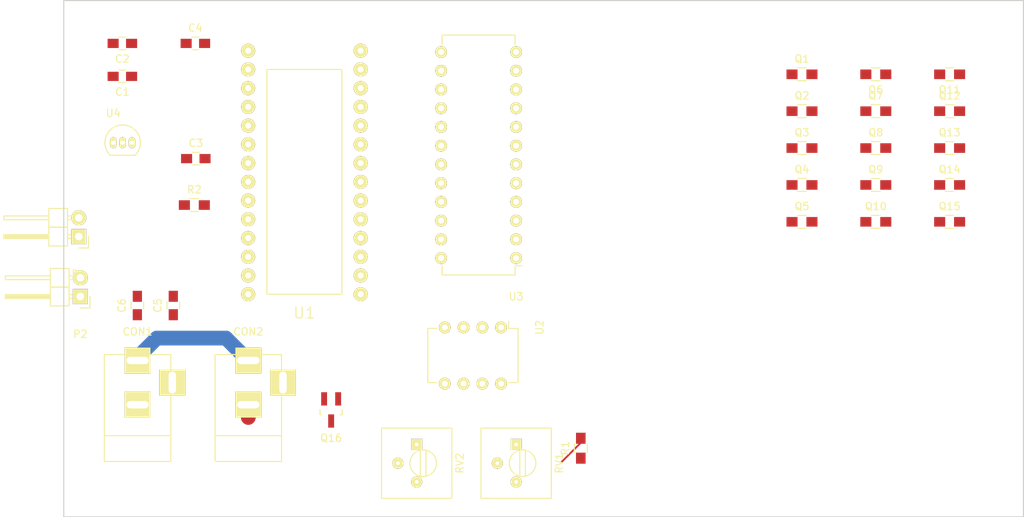
<source format=kicad_pcb>
(kicad_pcb (version 4) (host pcbnew 4.0.0-2.201511301920+6191~38~ubuntu14.04.1-stable)

  (general
    (links 72)
    (no_connects 71)
    (area 114.924999 94.924999 245.075001 165.075001)
    (thickness 1.6)
    (drawings 4)
    (tracks 9)
    (zones 0)
    (modules 34)
    (nets 54)
  )

  (page A4)
  (layers
    (0 F.Cu signal)
    (31 B.Cu signal)
    (32 B.Adhes user)
    (33 F.Adhes user)
    (34 B.Paste user)
    (35 F.Paste user)
    (36 B.SilkS user)
    (37 F.SilkS user)
    (38 B.Mask user)
    (39 F.Mask user)
    (40 Dwgs.User user)
    (41 Cmts.User user)
    (42 Eco1.User user)
    (43 Eco2.User user)
    (44 Edge.Cuts user)
    (45 Margin user)
    (46 B.CrtYd user)
    (47 F.CrtYd user)
    (48 B.Fab user)
    (49 F.Fab user)
  )

  (setup
    (last_trace_width 0.25)
    (user_trace_width 2)
    (trace_clearance 0.2)
    (zone_clearance 0.508)
    (zone_45_only no)
    (trace_min 0.2)
    (segment_width 0.2)
    (edge_width 0.15)
    (via_size 0.6)
    (via_drill 0.4)
    (via_min_size 0.4)
    (via_min_drill 0.3)
    (uvia_size 0.3)
    (uvia_drill 0.1)
    (uvias_allowed no)
    (uvia_min_size 0.2)
    (uvia_min_drill 0.1)
    (pcb_text_width 0.3)
    (pcb_text_size 1.5 1.5)
    (mod_edge_width 0.15)
    (mod_text_size 1 1)
    (mod_text_width 0.15)
    (pad_size 1.524 1.524)
    (pad_drill 0.762)
    (pad_to_mask_clearance 0.2)
    (aux_axis_origin 0 0)
    (visible_elements FFFFFF7F)
    (pcbplotparams
      (layerselection 0x00030_80000001)
      (usegerberextensions false)
      (excludeedgelayer true)
      (linewidth 0.100000)
      (plotframeref false)
      (viasonmask false)
      (mode 1)
      (useauxorigin false)
      (hpglpennumber 1)
      (hpglpenspeed 20)
      (hpglpendiameter 15)
      (hpglpenoverlay 2)
      (psnegative false)
      (psa4output false)
      (plotreference true)
      (plotvalue true)
      (plotinvisibletext false)
      (padsonsilk false)
      (subtractmaskfromsilk false)
      (outputformat 1)
      (mirror false)
      (drillshape 1)
      (scaleselection 1)
      (outputdirectory ""))
  )

  (net 0 "")
  (net 1 VIN)
  (net 2 GND)
  (net 3 +3V3)
  (net 4 HEATER_PWR)
  (net 5 "Net-(CON1-Pad3)")
  (net 6 "Net-(CON2-Pad2)")
  (net 7 "Net-(CON2-Pad3)")
  (net 8 TEMP_S)
  (net 9 "Net-(P2-Pad2)")
  (net 10 /Phototransistors/S1)
  (net 11 /Phototransistors/S2)
  (net 12 /Phototransistors/S3)
  (net 13 /Phototransistors/S4)
  (net 14 /Phototransistors/S5)
  (net 15 /Phototransistors/S6)
  (net 16 /Phototransistors/S7)
  (net 17 /Phototransistors/S8)
  (net 18 /Phototransistors/S9)
  (net 19 /Phototransistors/S10)
  (net 20 /Phototransistors/S11)
  (net 21 /Phototransistors/S12)
  (net 22 /Phototransistors/S13)
  (net 23 /Phototransistors/S14)
  (net 24 /Phototransistors/S15)
  (net 25 HEAT)
  (net 26 "Net-(R1-Pad1)")
  (net 27 "Net-(RV1-Pad3)")
  (net 28 "Net-(RV2-Pad1)")
  (net 29 "Net-(U1-Pad0)")
  (net 30 "Net-(U1-Pad1)")
  (net 31 T2)
  (net 32 T3)
  (net 33 T4)
  (net 34 T5)
  (net 35 T6)
  (net 36 "Net-(U1-Pad8)")
  (net 37 "Net-(U1-Pad9)")
  (net 38 "Net-(U1-Pad10)")
  (net 39 "Net-(U1-Pad11)")
  (net 40 "Net-(U1-Pad12)")
  (net 41 "Net-(U1-Pad13)")
  (net 42 "Net-(U1-Pad14)")
  (net 43 "Net-(U1-Pad15)")
  (net 44 "Net-(U1-Pad16)")
  (net 45 "Net-(U1-Pad17)")
  (net 46 "Net-(U1-Pad18)")
  (net 47 "Net-(U1-Pad19)")
  (net 48 "Net-(U1-Pad22)")
  (net 49 "Net-(U1-Pad23)")
  (net 50 "Net-(U1-Pad24)")
  (net 51 "Net-(U1-Pad25)")
  (net 52 "Net-(U1-Pad27)")
  (net 53 "Net-(U3-Pad16)")

  (net_class Default "This is the default net class."
    (clearance 0.2)
    (trace_width 0.25)
    (via_dia 0.6)
    (via_drill 0.4)
    (uvia_dia 0.3)
    (uvia_drill 0.1)
    (add_net +3V3)
    (add_net /Phototransistors/S1)
    (add_net /Phototransistors/S10)
    (add_net /Phototransistors/S11)
    (add_net /Phototransistors/S12)
    (add_net /Phototransistors/S13)
    (add_net /Phototransistors/S14)
    (add_net /Phototransistors/S15)
    (add_net /Phototransistors/S2)
    (add_net /Phototransistors/S3)
    (add_net /Phototransistors/S4)
    (add_net /Phototransistors/S5)
    (add_net /Phototransistors/S6)
    (add_net /Phototransistors/S7)
    (add_net /Phototransistors/S8)
    (add_net /Phototransistors/S9)
    (add_net GND)
    (add_net HEAT)
    (add_net HEATER_PWR)
    (add_net "Net-(CON1-Pad3)")
    (add_net "Net-(CON2-Pad2)")
    (add_net "Net-(CON2-Pad3)")
    (add_net "Net-(P2-Pad2)")
    (add_net "Net-(R1-Pad1)")
    (add_net "Net-(RV1-Pad3)")
    (add_net "Net-(RV2-Pad1)")
    (add_net "Net-(U1-Pad0)")
    (add_net "Net-(U1-Pad1)")
    (add_net "Net-(U1-Pad10)")
    (add_net "Net-(U1-Pad11)")
    (add_net "Net-(U1-Pad12)")
    (add_net "Net-(U1-Pad13)")
    (add_net "Net-(U1-Pad14)")
    (add_net "Net-(U1-Pad15)")
    (add_net "Net-(U1-Pad16)")
    (add_net "Net-(U1-Pad17)")
    (add_net "Net-(U1-Pad18)")
    (add_net "Net-(U1-Pad19)")
    (add_net "Net-(U1-Pad22)")
    (add_net "Net-(U1-Pad23)")
    (add_net "Net-(U1-Pad24)")
    (add_net "Net-(U1-Pad25)")
    (add_net "Net-(U1-Pad27)")
    (add_net "Net-(U1-Pad8)")
    (add_net "Net-(U1-Pad9)")
    (add_net "Net-(U3-Pad16)")
    (add_net T2)
    (add_net T3)
    (add_net T4)
    (add_net T5)
    (add_net T6)
    (add_net TEMP_S)
    (add_net VIN)
  )

  (module Capacitors_SMD:C_0805_HandSoldering (layer F.Cu) (tedit 541A9B8D) (tstamp 56BC5014)
    (at 122.94 105.28 180)
    (descr "Capacitor SMD 0805, hand soldering")
    (tags "capacitor 0805")
    (path /56B9C372)
    (attr smd)
    (fp_text reference C1 (at 0 -2.1 180) (layer F.SilkS)
      (effects (font (size 1 1) (thickness 0.15)))
    )
    (fp_text value 100nF (at 0 2.1 180) (layer F.Fab)
      (effects (font (size 1 1) (thickness 0.15)))
    )
    (fp_line (start -2.3 -1) (end 2.3 -1) (layer F.CrtYd) (width 0.05))
    (fp_line (start -2.3 1) (end 2.3 1) (layer F.CrtYd) (width 0.05))
    (fp_line (start -2.3 -1) (end -2.3 1) (layer F.CrtYd) (width 0.05))
    (fp_line (start 2.3 -1) (end 2.3 1) (layer F.CrtYd) (width 0.05))
    (fp_line (start 0.5 -0.85) (end -0.5 -0.85) (layer F.SilkS) (width 0.15))
    (fp_line (start -0.5 0.85) (end 0.5 0.85) (layer F.SilkS) (width 0.15))
    (pad 1 smd rect (at -1.25 0 180) (size 1.5 1.25) (layers F.Cu F.Paste F.Mask)
      (net 1 VIN))
    (pad 2 smd rect (at 1.25 0 180) (size 1.5 1.25) (layers F.Cu F.Paste F.Mask)
      (net 2 GND))
    (model Capacitors_SMD.3dshapes/C_0805_HandSoldering.wrl
      (at (xyz 0 0 0))
      (scale (xyz 1 1 1))
      (rotate (xyz 0 0 0))
    )
  )

  (module Capacitors_SMD:C_0805_HandSoldering (layer F.Cu) (tedit 56BC67BA) (tstamp 56BC5020)
    (at 122.94 100.81 180)
    (descr "Capacitor SMD 0805, hand soldering")
    (tags "capacitor 0805")
    (path /56B9C865)
    (attr smd)
    (fp_text reference C2 (at 0 -2.1 180) (layer F.SilkS)
      (effects (font (size 1 1) (thickness 0.15)))
    )
    (fp_text value 100nF (at 0 0 180) (layer F.Fab)
      (effects (font (size 1 1) (thickness 0.15)))
    )
    (fp_line (start -2.3 -1) (end 2.3 -1) (layer F.CrtYd) (width 0.05))
    (fp_line (start -2.3 1) (end 2.3 1) (layer F.CrtYd) (width 0.05))
    (fp_line (start -2.3 -1) (end -2.3 1) (layer F.CrtYd) (width 0.05))
    (fp_line (start 2.3 -1) (end 2.3 1) (layer F.CrtYd) (width 0.05))
    (fp_line (start 0.5 -0.85) (end -0.5 -0.85) (layer F.SilkS) (width 0.15))
    (fp_line (start -0.5 0.85) (end 0.5 0.85) (layer F.SilkS) (width 0.15))
    (pad 1 smd rect (at -1.25 0 180) (size 1.5 1.25) (layers F.Cu F.Paste F.Mask)
      (net 1 VIN))
    (pad 2 smd rect (at 1.25 0 180) (size 1.5 1.25) (layers F.Cu F.Paste F.Mask)
      (net 2 GND))
    (model Capacitors_SMD.3dshapes/C_0805_HandSoldering.wrl
      (at (xyz 0 0 0))
      (scale (xyz 1 1 1))
      (rotate (xyz 0 0 0))
    )
  )

  (module Capacitors_SMD:C_0805_HandSoldering (layer F.Cu) (tedit 541A9B8D) (tstamp 56BC502C)
    (at 132.89 116.43)
    (descr "Capacitor SMD 0805, hand soldering")
    (tags "capacitor 0805")
    (path /56B9CCA2)
    (attr smd)
    (fp_text reference C3 (at 0 -2.1) (layer F.SilkS)
      (effects (font (size 1 1) (thickness 0.15)))
    )
    (fp_text value 100nF (at 0 2.1) (layer F.Fab)
      (effects (font (size 1 1) (thickness 0.15)))
    )
    (fp_line (start -2.3 -1) (end 2.3 -1) (layer F.CrtYd) (width 0.05))
    (fp_line (start -2.3 1) (end 2.3 1) (layer F.CrtYd) (width 0.05))
    (fp_line (start -2.3 -1) (end -2.3 1) (layer F.CrtYd) (width 0.05))
    (fp_line (start 2.3 -1) (end 2.3 1) (layer F.CrtYd) (width 0.05))
    (fp_line (start 0.5 -0.85) (end -0.5 -0.85) (layer F.SilkS) (width 0.15))
    (fp_line (start -0.5 0.85) (end 0.5 0.85) (layer F.SilkS) (width 0.15))
    (pad 1 smd rect (at -1.25 0) (size 1.5 1.25) (layers F.Cu F.Paste F.Mask)
      (net 3 +3V3))
    (pad 2 smd rect (at 1.25 0) (size 1.5 1.25) (layers F.Cu F.Paste F.Mask)
      (net 2 GND))
    (model Capacitors_SMD.3dshapes/C_0805_HandSoldering.wrl
      (at (xyz 0 0 0))
      (scale (xyz 1 1 1))
      (rotate (xyz 0 0 0))
    )
  )

  (module Capacitors_SMD:C_0805_HandSoldering (layer F.Cu) (tedit 541A9B8D) (tstamp 56BC5038)
    (at 132.83 100.81)
    (descr "Capacitor SMD 0805, hand soldering")
    (tags "capacitor 0805")
    (path /56B9CE8C)
    (attr smd)
    (fp_text reference C4 (at 0 -2.1) (layer F.SilkS)
      (effects (font (size 1 1) (thickness 0.15)))
    )
    (fp_text value 22nF (at 0 2.1) (layer F.Fab)
      (effects (font (size 1 1) (thickness 0.15)))
    )
    (fp_line (start -2.3 -1) (end 2.3 -1) (layer F.CrtYd) (width 0.05))
    (fp_line (start -2.3 1) (end 2.3 1) (layer F.CrtYd) (width 0.05))
    (fp_line (start -2.3 -1) (end -2.3 1) (layer F.CrtYd) (width 0.05))
    (fp_line (start 2.3 -1) (end 2.3 1) (layer F.CrtYd) (width 0.05))
    (fp_line (start 0.5 -0.85) (end -0.5 -0.85) (layer F.SilkS) (width 0.15))
    (fp_line (start -0.5 0.85) (end 0.5 0.85) (layer F.SilkS) (width 0.15))
    (pad 1 smd rect (at -1.25 0) (size 1.5 1.25) (layers F.Cu F.Paste F.Mask)
      (net 3 +3V3))
    (pad 2 smd rect (at 1.25 0) (size 1.5 1.25) (layers F.Cu F.Paste F.Mask)
      (net 2 GND))
    (model Capacitors_SMD.3dshapes/C_0805_HandSoldering.wrl
      (at (xyz 0 0 0))
      (scale (xyz 1 1 1))
      (rotate (xyz 0 0 0))
    )
  )

  (module Capacitors_SMD:C_0805_HandSoldering (layer F.Cu) (tedit 541A9B8D) (tstamp 56BC5044)
    (at 129.84 136.35 90)
    (descr "Capacitor SMD 0805, hand soldering")
    (tags "capacitor 0805")
    (path /56B9CF34)
    (attr smd)
    (fp_text reference C5 (at 0 -2.1 90) (layer F.SilkS)
      (effects (font (size 1 1) (thickness 0.15)))
    )
    (fp_text value 100nF (at 0 2.1 90) (layer F.Fab)
      (effects (font (size 1 1) (thickness 0.15)))
    )
    (fp_line (start -2.3 -1) (end 2.3 -1) (layer F.CrtYd) (width 0.05))
    (fp_line (start -2.3 1) (end 2.3 1) (layer F.CrtYd) (width 0.05))
    (fp_line (start -2.3 -1) (end -2.3 1) (layer F.CrtYd) (width 0.05))
    (fp_line (start 2.3 -1) (end 2.3 1) (layer F.CrtYd) (width 0.05))
    (fp_line (start 0.5 -0.85) (end -0.5 -0.85) (layer F.SilkS) (width 0.15))
    (fp_line (start -0.5 0.85) (end 0.5 0.85) (layer F.SilkS) (width 0.15))
    (pad 1 smd rect (at -1.25 0 90) (size 1.5 1.25) (layers F.Cu F.Paste F.Mask)
      (net 3 +3V3))
    (pad 2 smd rect (at 1.25 0 90) (size 1.5 1.25) (layers F.Cu F.Paste F.Mask)
      (net 2 GND))
    (model Capacitors_SMD.3dshapes/C_0805_HandSoldering.wrl
      (at (xyz 0 0 0))
      (scale (xyz 1 1 1))
      (rotate (xyz 0 0 0))
    )
  )

  (module Capacitors_SMD:C_0805_HandSoldering (layer F.Cu) (tedit 541A9B8D) (tstamp 56BC5050)
    (at 124.97 136.35 90)
    (descr "Capacitor SMD 0805, hand soldering")
    (tags "capacitor 0805")
    (path /56B9E462)
    (attr smd)
    (fp_text reference C6 (at 0 -2.1 90) (layer F.SilkS)
      (effects (font (size 1 1) (thickness 0.15)))
    )
    (fp_text value 22uF (at 0 2.1 90) (layer F.Fab)
      (effects (font (size 1 1) (thickness 0.15)))
    )
    (fp_line (start -2.3 -1) (end 2.3 -1) (layer F.CrtYd) (width 0.05))
    (fp_line (start -2.3 1) (end 2.3 1) (layer F.CrtYd) (width 0.05))
    (fp_line (start -2.3 -1) (end -2.3 1) (layer F.CrtYd) (width 0.05))
    (fp_line (start 2.3 -1) (end 2.3 1) (layer F.CrtYd) (width 0.05))
    (fp_line (start 0.5 -0.85) (end -0.5 -0.85) (layer F.SilkS) (width 0.15))
    (fp_line (start -0.5 0.85) (end 0.5 0.85) (layer F.SilkS) (width 0.15))
    (pad 1 smd rect (at -1.25 0 90) (size 1.5 1.25) (layers F.Cu F.Paste F.Mask)
      (net 3 +3V3))
    (pad 2 smd rect (at 1.25 0 90) (size 1.5 1.25) (layers F.Cu F.Paste F.Mask)
      (net 2 GND))
    (model Capacitors_SMD.3dshapes/C_0805_HandSoldering.wrl
      (at (xyz 0 0 0))
      (scale (xyz 1 1 1))
      (rotate (xyz 0 0 0))
    )
  )

  (module Connect:BARREL_JACK (layer F.Cu) (tedit 0) (tstamp 56BC505C)
    (at 125 150 90)
    (descr "DC Barrel Jack")
    (tags "Power Jack")
    (path /56BA3485)
    (fp_text reference CON1 (at 10.09904 0 180) (layer F.SilkS)
      (effects (font (size 1 1) (thickness 0.15)))
    )
    (fp_text value BARREL_JACK (at 0 -5.99948 90) (layer F.Fab)
      (effects (font (size 1 1) (thickness 0.15)))
    )
    (fp_line (start -4.0005 -4.50088) (end -4.0005 4.50088) (layer F.SilkS) (width 0.15))
    (fp_line (start -7.50062 -4.50088) (end -7.50062 4.50088) (layer F.SilkS) (width 0.15))
    (fp_line (start -7.50062 4.50088) (end 7.00024 4.50088) (layer F.SilkS) (width 0.15))
    (fp_line (start 7.00024 4.50088) (end 7.00024 -4.50088) (layer F.SilkS) (width 0.15))
    (fp_line (start 7.00024 -4.50088) (end -7.50062 -4.50088) (layer F.SilkS) (width 0.15))
    (pad 1 thru_hole rect (at 6.20014 0 90) (size 3.50012 3.50012) (drill oval 1.00076 2.99974) (layers *.Cu *.Mask F.SilkS)
      (net 4 HEATER_PWR))
    (pad 2 thru_hole rect (at 0.20066 0 90) (size 3.50012 3.50012) (drill oval 1.00076 2.99974) (layers *.Cu *.Mask F.SilkS)
      (net 2 GND))
    (pad 3 thru_hole rect (at 3.2004 4.699 90) (size 3.50012 3.50012) (drill oval 2.99974 1.00076) (layers *.Cu *.Mask F.SilkS)
      (net 5 "Net-(CON1-Pad3)"))
  )

  (module Connect:BARREL_JACK (layer F.Cu) (tedit 0) (tstamp 56BC5068)
    (at 140 150 90)
    (descr "DC Barrel Jack")
    (tags "Power Jack")
    (path /56BA4035)
    (fp_text reference CON2 (at 10.09904 0 180) (layer F.SilkS)
      (effects (font (size 1 1) (thickness 0.15)))
    )
    (fp_text value BARREL_JACK (at 0 -5.99948 90) (layer F.Fab)
      (effects (font (size 1 1) (thickness 0.15)))
    )
    (fp_line (start -4.0005 -4.50088) (end -4.0005 4.50088) (layer F.SilkS) (width 0.15))
    (fp_line (start -7.50062 -4.50088) (end -7.50062 4.50088) (layer F.SilkS) (width 0.15))
    (fp_line (start -7.50062 4.50088) (end 7.00024 4.50088) (layer F.SilkS) (width 0.15))
    (fp_line (start 7.00024 4.50088) (end 7.00024 -4.50088) (layer F.SilkS) (width 0.15))
    (fp_line (start 7.00024 -4.50088) (end -7.50062 -4.50088) (layer F.SilkS) (width 0.15))
    (pad 1 thru_hole rect (at 6.20014 0 90) (size 3.50012 3.50012) (drill oval 1.00076 2.99974) (layers *.Cu *.Mask F.SilkS)
      (net 4 HEATER_PWR))
    (pad 2 thru_hole rect (at 0.20066 0 90) (size 3.50012 3.50012) (drill oval 1.00076 2.99974) (layers *.Cu *.Mask F.SilkS)
      (net 6 "Net-(CON2-Pad2)"))
    (pad 3 thru_hole rect (at 3.2004 4.699 90) (size 3.50012 3.50012) (drill oval 2.99974 1.00076) (layers *.Cu *.Mask F.SilkS)
      (net 7 "Net-(CON2-Pad3)"))
  )

  (module Resistors_SMD:R_0805_HandSoldering (layer F.Cu) (tedit 54189DEE) (tstamp 56BC50A8)
    (at 215 105)
    (descr "Resistor SMD 0805, hand soldering")
    (tags "resistor 0805")
    (path /56B9494D/56B94958)
    (attr smd)
    (fp_text reference Q1 (at 0 -2.1) (layer F.SilkS)
      (effects (font (size 1 1) (thickness 0.15)))
    )
    (fp_text value SFH3711 (at 0 2.1) (layer F.Fab)
      (effects (font (size 1 1) (thickness 0.15)))
    )
    (fp_line (start -2.4 -1) (end 2.4 -1) (layer F.CrtYd) (width 0.05))
    (fp_line (start -2.4 1) (end 2.4 1) (layer F.CrtYd) (width 0.05))
    (fp_line (start -2.4 -1) (end -2.4 1) (layer F.CrtYd) (width 0.05))
    (fp_line (start 2.4 -1) (end 2.4 1) (layer F.CrtYd) (width 0.05))
    (fp_line (start 0.6 0.875) (end -0.6 0.875) (layer F.SilkS) (width 0.15))
    (fp_line (start -0.6 -0.875) (end 0.6 -0.875) (layer F.SilkS) (width 0.15))
    (pad 1 smd rect (at -1.35 0) (size 1.5 1.3) (layers F.Cu F.Paste F.Mask)
      (net 10 /Phototransistors/S1))
    (pad 2 smd rect (at 1.35 0) (size 1.5 1.3) (layers F.Cu F.Paste F.Mask)
      (net 3 +3V3))
    (model Resistors_SMD.3dshapes/R_0805_HandSoldering.wrl
      (at (xyz 0 0 0))
      (scale (xyz 1 1 1))
      (rotate (xyz 0 0 0))
    )
  )

  (module Resistors_SMD:R_0805_HandSoldering (layer F.Cu) (tedit 54189DEE) (tstamp 56BC50B4)
    (at 215 110)
    (descr "Resistor SMD 0805, hand soldering")
    (tags "resistor 0805")
    (path /56B9494D/56B94C7F)
    (attr smd)
    (fp_text reference Q2 (at 0 -2.1) (layer F.SilkS)
      (effects (font (size 1 1) (thickness 0.15)))
    )
    (fp_text value SFH3711 (at 0 2.1) (layer F.Fab)
      (effects (font (size 1 1) (thickness 0.15)))
    )
    (fp_line (start -2.4 -1) (end 2.4 -1) (layer F.CrtYd) (width 0.05))
    (fp_line (start -2.4 1) (end 2.4 1) (layer F.CrtYd) (width 0.05))
    (fp_line (start -2.4 -1) (end -2.4 1) (layer F.CrtYd) (width 0.05))
    (fp_line (start 2.4 -1) (end 2.4 1) (layer F.CrtYd) (width 0.05))
    (fp_line (start 0.6 0.875) (end -0.6 0.875) (layer F.SilkS) (width 0.15))
    (fp_line (start -0.6 -0.875) (end 0.6 -0.875) (layer F.SilkS) (width 0.15))
    (pad 1 smd rect (at -1.35 0) (size 1.5 1.3) (layers F.Cu F.Paste F.Mask)
      (net 11 /Phototransistors/S2))
    (pad 2 smd rect (at 1.35 0) (size 1.5 1.3) (layers F.Cu F.Paste F.Mask)
      (net 3 +3V3))
    (model Resistors_SMD.3dshapes/R_0805_HandSoldering.wrl
      (at (xyz 0 0 0))
      (scale (xyz 1 1 1))
      (rotate (xyz 0 0 0))
    )
  )

  (module Resistors_SMD:R_0805_HandSoldering (layer F.Cu) (tedit 54189DEE) (tstamp 56BC50C0)
    (at 215 115)
    (descr "Resistor SMD 0805, hand soldering")
    (tags "resistor 0805")
    (path /56B9494D/56B94FE9)
    (attr smd)
    (fp_text reference Q3 (at 0 -2.1) (layer F.SilkS)
      (effects (font (size 1 1) (thickness 0.15)))
    )
    (fp_text value SFH3711 (at 0 2.1) (layer F.Fab)
      (effects (font (size 1 1) (thickness 0.15)))
    )
    (fp_line (start -2.4 -1) (end 2.4 -1) (layer F.CrtYd) (width 0.05))
    (fp_line (start -2.4 1) (end 2.4 1) (layer F.CrtYd) (width 0.05))
    (fp_line (start -2.4 -1) (end -2.4 1) (layer F.CrtYd) (width 0.05))
    (fp_line (start 2.4 -1) (end 2.4 1) (layer F.CrtYd) (width 0.05))
    (fp_line (start 0.6 0.875) (end -0.6 0.875) (layer F.SilkS) (width 0.15))
    (fp_line (start -0.6 -0.875) (end 0.6 -0.875) (layer F.SilkS) (width 0.15))
    (pad 1 smd rect (at -1.35 0) (size 1.5 1.3) (layers F.Cu F.Paste F.Mask)
      (net 12 /Phototransistors/S3))
    (pad 2 smd rect (at 1.35 0) (size 1.5 1.3) (layers F.Cu F.Paste F.Mask)
      (net 3 +3V3))
    (model Resistors_SMD.3dshapes/R_0805_HandSoldering.wrl
      (at (xyz 0 0 0))
      (scale (xyz 1 1 1))
      (rotate (xyz 0 0 0))
    )
  )

  (module Resistors_SMD:R_0805_HandSoldering (layer F.Cu) (tedit 54189DEE) (tstamp 56BC50CC)
    (at 215 120)
    (descr "Resistor SMD 0805, hand soldering")
    (tags "resistor 0805")
    (path /56B9494D/56B950F7)
    (attr smd)
    (fp_text reference Q4 (at 0 -2.1) (layer F.SilkS)
      (effects (font (size 1 1) (thickness 0.15)))
    )
    (fp_text value SFH3711 (at 0 2.1) (layer F.Fab)
      (effects (font (size 1 1) (thickness 0.15)))
    )
    (fp_line (start -2.4 -1) (end 2.4 -1) (layer F.CrtYd) (width 0.05))
    (fp_line (start -2.4 1) (end 2.4 1) (layer F.CrtYd) (width 0.05))
    (fp_line (start -2.4 -1) (end -2.4 1) (layer F.CrtYd) (width 0.05))
    (fp_line (start 2.4 -1) (end 2.4 1) (layer F.CrtYd) (width 0.05))
    (fp_line (start 0.6 0.875) (end -0.6 0.875) (layer F.SilkS) (width 0.15))
    (fp_line (start -0.6 -0.875) (end 0.6 -0.875) (layer F.SilkS) (width 0.15))
    (pad 1 smd rect (at -1.35 0) (size 1.5 1.3) (layers F.Cu F.Paste F.Mask)
      (net 13 /Phototransistors/S4))
    (pad 2 smd rect (at 1.35 0) (size 1.5 1.3) (layers F.Cu F.Paste F.Mask)
      (net 3 +3V3))
    (model Resistors_SMD.3dshapes/R_0805_HandSoldering.wrl
      (at (xyz 0 0 0))
      (scale (xyz 1 1 1))
      (rotate (xyz 0 0 0))
    )
  )

  (module Resistors_SMD:R_0805_HandSoldering (layer F.Cu) (tedit 54189DEE) (tstamp 56BC50D8)
    (at 215 125)
    (descr "Resistor SMD 0805, hand soldering")
    (tags "resistor 0805")
    (path /56B9494D/56B951F6)
    (attr smd)
    (fp_text reference Q5 (at 0 -2.1) (layer F.SilkS)
      (effects (font (size 1 1) (thickness 0.15)))
    )
    (fp_text value SFH3711 (at 0 2.1) (layer F.Fab)
      (effects (font (size 1 1) (thickness 0.15)))
    )
    (fp_line (start -2.4 -1) (end 2.4 -1) (layer F.CrtYd) (width 0.05))
    (fp_line (start -2.4 1) (end 2.4 1) (layer F.CrtYd) (width 0.05))
    (fp_line (start -2.4 -1) (end -2.4 1) (layer F.CrtYd) (width 0.05))
    (fp_line (start 2.4 -1) (end 2.4 1) (layer F.CrtYd) (width 0.05))
    (fp_line (start 0.6 0.875) (end -0.6 0.875) (layer F.SilkS) (width 0.15))
    (fp_line (start -0.6 -0.875) (end 0.6 -0.875) (layer F.SilkS) (width 0.15))
    (pad 1 smd rect (at -1.35 0) (size 1.5 1.3) (layers F.Cu F.Paste F.Mask)
      (net 14 /Phototransistors/S5))
    (pad 2 smd rect (at 1.35 0) (size 1.5 1.3) (layers F.Cu F.Paste F.Mask)
      (net 3 +3V3))
    (model Resistors_SMD.3dshapes/R_0805_HandSoldering.wrl
      (at (xyz 0 0 0))
      (scale (xyz 1 1 1))
      (rotate (xyz 0 0 0))
    )
  )

  (module Resistors_SMD:R_0805_HandSoldering (layer F.Cu) (tedit 54189DEE) (tstamp 56BC50E4)
    (at 225 105 180)
    (descr "Resistor SMD 0805, hand soldering")
    (tags "resistor 0805")
    (path /56B9494D/56B94A26)
    (attr smd)
    (fp_text reference Q6 (at 0 -2.1 180) (layer F.SilkS)
      (effects (font (size 1 1) (thickness 0.15)))
    )
    (fp_text value SFH3711 (at 0 2.1 180) (layer F.Fab)
      (effects (font (size 1 1) (thickness 0.15)))
    )
    (fp_line (start -2.4 -1) (end 2.4 -1) (layer F.CrtYd) (width 0.05))
    (fp_line (start -2.4 1) (end 2.4 1) (layer F.CrtYd) (width 0.05))
    (fp_line (start -2.4 -1) (end -2.4 1) (layer F.CrtYd) (width 0.05))
    (fp_line (start 2.4 -1) (end 2.4 1) (layer F.CrtYd) (width 0.05))
    (fp_line (start 0.6 0.875) (end -0.6 0.875) (layer F.SilkS) (width 0.15))
    (fp_line (start -0.6 -0.875) (end 0.6 -0.875) (layer F.SilkS) (width 0.15))
    (pad 1 smd rect (at -1.35 0 180) (size 1.5 1.3) (layers F.Cu F.Paste F.Mask)
      (net 3 +3V3))
    (pad 2 smd rect (at 1.35 0 180) (size 1.5 1.3) (layers F.Cu F.Paste F.Mask)
      (net 15 /Phototransistors/S6))
    (model Resistors_SMD.3dshapes/R_0805_HandSoldering.wrl
      (at (xyz 0 0 0))
      (scale (xyz 1 1 1))
      (rotate (xyz 0 0 0))
    )
  )

  (module Resistors_SMD:R_0805_HandSoldering (layer F.Cu) (tedit 54189DEE) (tstamp 56BC50F0)
    (at 225 110)
    (descr "Resistor SMD 0805, hand soldering")
    (tags "resistor 0805")
    (path /56B9494D/56B94CFB)
    (attr smd)
    (fp_text reference Q7 (at 0 -2.1) (layer F.SilkS)
      (effects (font (size 1 1) (thickness 0.15)))
    )
    (fp_text value SFH3711 (at 0 2.1) (layer F.Fab)
      (effects (font (size 1 1) (thickness 0.15)))
    )
    (fp_line (start -2.4 -1) (end 2.4 -1) (layer F.CrtYd) (width 0.05))
    (fp_line (start -2.4 1) (end 2.4 1) (layer F.CrtYd) (width 0.05))
    (fp_line (start -2.4 -1) (end -2.4 1) (layer F.CrtYd) (width 0.05))
    (fp_line (start 2.4 -1) (end 2.4 1) (layer F.CrtYd) (width 0.05))
    (fp_line (start 0.6 0.875) (end -0.6 0.875) (layer F.SilkS) (width 0.15))
    (fp_line (start -0.6 -0.875) (end 0.6 -0.875) (layer F.SilkS) (width 0.15))
    (pad 1 smd rect (at -1.35 0) (size 1.5 1.3) (layers F.Cu F.Paste F.Mask)
      (net 16 /Phototransistors/S7))
    (pad 2 smd rect (at 1.35 0) (size 1.5 1.3) (layers F.Cu F.Paste F.Mask)
      (net 3 +3V3))
    (model Resistors_SMD.3dshapes/R_0805_HandSoldering.wrl
      (at (xyz 0 0 0))
      (scale (xyz 1 1 1))
      (rotate (xyz 0 0 0))
    )
  )

  (module Resistors_SMD:R_0805_HandSoldering (layer F.Cu) (tedit 54189DEE) (tstamp 56BC50FC)
    (at 225 115)
    (descr "Resistor SMD 0805, hand soldering")
    (tags "resistor 0805")
    (path /56B9494D/56B94FEF)
    (attr smd)
    (fp_text reference Q8 (at 0 -2.1) (layer F.SilkS)
      (effects (font (size 1 1) (thickness 0.15)))
    )
    (fp_text value SFH3711 (at 0 2.1) (layer F.Fab)
      (effects (font (size 1 1) (thickness 0.15)))
    )
    (fp_line (start -2.4 -1) (end 2.4 -1) (layer F.CrtYd) (width 0.05))
    (fp_line (start -2.4 1) (end 2.4 1) (layer F.CrtYd) (width 0.05))
    (fp_line (start -2.4 -1) (end -2.4 1) (layer F.CrtYd) (width 0.05))
    (fp_line (start 2.4 -1) (end 2.4 1) (layer F.CrtYd) (width 0.05))
    (fp_line (start 0.6 0.875) (end -0.6 0.875) (layer F.SilkS) (width 0.15))
    (fp_line (start -0.6 -0.875) (end 0.6 -0.875) (layer F.SilkS) (width 0.15))
    (pad 1 smd rect (at -1.35 0) (size 1.5 1.3) (layers F.Cu F.Paste F.Mask)
      (net 17 /Phototransistors/S8))
    (pad 2 smd rect (at 1.35 0) (size 1.5 1.3) (layers F.Cu F.Paste F.Mask)
      (net 3 +3V3))
    (model Resistors_SMD.3dshapes/R_0805_HandSoldering.wrl
      (at (xyz 0 0 0))
      (scale (xyz 1 1 1))
      (rotate (xyz 0 0 0))
    )
  )

  (module Resistors_SMD:R_0805_HandSoldering (layer F.Cu) (tedit 54189DEE) (tstamp 56BC5108)
    (at 225 120)
    (descr "Resistor SMD 0805, hand soldering")
    (tags "resistor 0805")
    (path /56B9494D/56B950FD)
    (attr smd)
    (fp_text reference Q9 (at 0 -2.1) (layer F.SilkS)
      (effects (font (size 1 1) (thickness 0.15)))
    )
    (fp_text value SFH3711 (at 0 2.1) (layer F.Fab)
      (effects (font (size 1 1) (thickness 0.15)))
    )
    (fp_line (start -2.4 -1) (end 2.4 -1) (layer F.CrtYd) (width 0.05))
    (fp_line (start -2.4 1) (end 2.4 1) (layer F.CrtYd) (width 0.05))
    (fp_line (start -2.4 -1) (end -2.4 1) (layer F.CrtYd) (width 0.05))
    (fp_line (start 2.4 -1) (end 2.4 1) (layer F.CrtYd) (width 0.05))
    (fp_line (start 0.6 0.875) (end -0.6 0.875) (layer F.SilkS) (width 0.15))
    (fp_line (start -0.6 -0.875) (end 0.6 -0.875) (layer F.SilkS) (width 0.15))
    (pad 1 smd rect (at -1.35 0) (size 1.5 1.3) (layers F.Cu F.Paste F.Mask)
      (net 18 /Phototransistors/S9))
    (pad 2 smd rect (at 1.35 0) (size 1.5 1.3) (layers F.Cu F.Paste F.Mask)
      (net 3 +3V3))
    (model Resistors_SMD.3dshapes/R_0805_HandSoldering.wrl
      (at (xyz 0 0 0))
      (scale (xyz 1 1 1))
      (rotate (xyz 0 0 0))
    )
  )

  (module Resistors_SMD:R_0805_HandSoldering (layer F.Cu) (tedit 54189DEE) (tstamp 56BC5114)
    (at 225 125)
    (descr "Resistor SMD 0805, hand soldering")
    (tags "resistor 0805")
    (path /56B9494D/56B951FC)
    (attr smd)
    (fp_text reference Q10 (at 0 -2.1) (layer F.SilkS)
      (effects (font (size 1 1) (thickness 0.15)))
    )
    (fp_text value SFH3711 (at 0 2.1) (layer F.Fab)
      (effects (font (size 1 1) (thickness 0.15)))
    )
    (fp_line (start -2.4 -1) (end 2.4 -1) (layer F.CrtYd) (width 0.05))
    (fp_line (start -2.4 1) (end 2.4 1) (layer F.CrtYd) (width 0.05))
    (fp_line (start -2.4 -1) (end -2.4 1) (layer F.CrtYd) (width 0.05))
    (fp_line (start 2.4 -1) (end 2.4 1) (layer F.CrtYd) (width 0.05))
    (fp_line (start 0.6 0.875) (end -0.6 0.875) (layer F.SilkS) (width 0.15))
    (fp_line (start -0.6 -0.875) (end 0.6 -0.875) (layer F.SilkS) (width 0.15))
    (pad 1 smd rect (at -1.35 0) (size 1.5 1.3) (layers F.Cu F.Paste F.Mask)
      (net 19 /Phototransistors/S10))
    (pad 2 smd rect (at 1.35 0) (size 1.5 1.3) (layers F.Cu F.Paste F.Mask)
      (net 3 +3V3))
    (model Resistors_SMD.3dshapes/R_0805_HandSoldering.wrl
      (at (xyz 0 0 0))
      (scale (xyz 1 1 1))
      (rotate (xyz 0 0 0))
    )
  )

  (module Resistors_SMD:R_0805_HandSoldering (layer F.Cu) (tedit 54189DEE) (tstamp 56BC5120)
    (at 235 105 180)
    (descr "Resistor SMD 0805, hand soldering")
    (tags "resistor 0805")
    (path /56B9494D/56B94A86)
    (attr smd)
    (fp_text reference Q11 (at 0 -2.1 180) (layer F.SilkS)
      (effects (font (size 1 1) (thickness 0.15)))
    )
    (fp_text value SFH3711 (at 0 2.1 180) (layer F.Fab)
      (effects (font (size 1 1) (thickness 0.15)))
    )
    (fp_line (start -2.4 -1) (end 2.4 -1) (layer F.CrtYd) (width 0.05))
    (fp_line (start -2.4 1) (end 2.4 1) (layer F.CrtYd) (width 0.05))
    (fp_line (start -2.4 -1) (end -2.4 1) (layer F.CrtYd) (width 0.05))
    (fp_line (start 2.4 -1) (end 2.4 1) (layer F.CrtYd) (width 0.05))
    (fp_line (start 0.6 0.875) (end -0.6 0.875) (layer F.SilkS) (width 0.15))
    (fp_line (start -0.6 -0.875) (end 0.6 -0.875) (layer F.SilkS) (width 0.15))
    (pad 1 smd rect (at -1.35 0 180) (size 1.5 1.3) (layers F.Cu F.Paste F.Mask)
      (net 3 +3V3))
    (pad 2 smd rect (at 1.35 0 180) (size 1.5 1.3) (layers F.Cu F.Paste F.Mask)
      (net 20 /Phototransistors/S11))
    (model Resistors_SMD.3dshapes/R_0805_HandSoldering.wrl
      (at (xyz 0 0 0))
      (scale (xyz 1 1 1))
      (rotate (xyz 0 0 0))
    )
  )

  (module Resistors_SMD:R_0805_HandSoldering (layer F.Cu) (tedit 54189DEE) (tstamp 56BC512C)
    (at 235 110)
    (descr "Resistor SMD 0805, hand soldering")
    (tags "resistor 0805")
    (path /56B9494D/56B94D59)
    (attr smd)
    (fp_text reference Q12 (at 0 -2.1) (layer F.SilkS)
      (effects (font (size 1 1) (thickness 0.15)))
    )
    (fp_text value SFH3711 (at 0 2.1) (layer F.Fab)
      (effects (font (size 1 1) (thickness 0.15)))
    )
    (fp_line (start -2.4 -1) (end 2.4 -1) (layer F.CrtYd) (width 0.05))
    (fp_line (start -2.4 1) (end 2.4 1) (layer F.CrtYd) (width 0.05))
    (fp_line (start -2.4 -1) (end -2.4 1) (layer F.CrtYd) (width 0.05))
    (fp_line (start 2.4 -1) (end 2.4 1) (layer F.CrtYd) (width 0.05))
    (fp_line (start 0.6 0.875) (end -0.6 0.875) (layer F.SilkS) (width 0.15))
    (fp_line (start -0.6 -0.875) (end 0.6 -0.875) (layer F.SilkS) (width 0.15))
    (pad 1 smd rect (at -1.35 0) (size 1.5 1.3) (layers F.Cu F.Paste F.Mask)
      (net 21 /Phototransistors/S12))
    (pad 2 smd rect (at 1.35 0) (size 1.5 1.3) (layers F.Cu F.Paste F.Mask)
      (net 3 +3V3))
    (model Resistors_SMD.3dshapes/R_0805_HandSoldering.wrl
      (at (xyz 0 0 0))
      (scale (xyz 1 1 1))
      (rotate (xyz 0 0 0))
    )
  )

  (module Resistors_SMD:R_0805_HandSoldering (layer F.Cu) (tedit 54189DEE) (tstamp 56BC5138)
    (at 235 115)
    (descr "Resistor SMD 0805, hand soldering")
    (tags "resistor 0805")
    (path /56B9494D/56B94FF5)
    (attr smd)
    (fp_text reference Q13 (at 0 -2.1) (layer F.SilkS)
      (effects (font (size 1 1) (thickness 0.15)))
    )
    (fp_text value SFH3711 (at 0 2.1) (layer F.Fab)
      (effects (font (size 1 1) (thickness 0.15)))
    )
    (fp_line (start -2.4 -1) (end 2.4 -1) (layer F.CrtYd) (width 0.05))
    (fp_line (start -2.4 1) (end 2.4 1) (layer F.CrtYd) (width 0.05))
    (fp_line (start -2.4 -1) (end -2.4 1) (layer F.CrtYd) (width 0.05))
    (fp_line (start 2.4 -1) (end 2.4 1) (layer F.CrtYd) (width 0.05))
    (fp_line (start 0.6 0.875) (end -0.6 0.875) (layer F.SilkS) (width 0.15))
    (fp_line (start -0.6 -0.875) (end 0.6 -0.875) (layer F.SilkS) (width 0.15))
    (pad 1 smd rect (at -1.35 0) (size 1.5 1.3) (layers F.Cu F.Paste F.Mask)
      (net 22 /Phototransistors/S13))
    (pad 2 smd rect (at 1.35 0) (size 1.5 1.3) (layers F.Cu F.Paste F.Mask)
      (net 3 +3V3))
    (model Resistors_SMD.3dshapes/R_0805_HandSoldering.wrl
      (at (xyz 0 0 0))
      (scale (xyz 1 1 1))
      (rotate (xyz 0 0 0))
    )
  )

  (module Resistors_SMD:R_0805_HandSoldering (layer F.Cu) (tedit 54189DEE) (tstamp 56BC5144)
    (at 235 120)
    (descr "Resistor SMD 0805, hand soldering")
    (tags "resistor 0805")
    (path /56B9494D/56B95103)
    (attr smd)
    (fp_text reference Q14 (at 0 -2.1) (layer F.SilkS)
      (effects (font (size 1 1) (thickness 0.15)))
    )
    (fp_text value SFH3711 (at 0 2.1) (layer F.Fab)
      (effects (font (size 1 1) (thickness 0.15)))
    )
    (fp_line (start -2.4 -1) (end 2.4 -1) (layer F.CrtYd) (width 0.05))
    (fp_line (start -2.4 1) (end 2.4 1) (layer F.CrtYd) (width 0.05))
    (fp_line (start -2.4 -1) (end -2.4 1) (layer F.CrtYd) (width 0.05))
    (fp_line (start 2.4 -1) (end 2.4 1) (layer F.CrtYd) (width 0.05))
    (fp_line (start 0.6 0.875) (end -0.6 0.875) (layer F.SilkS) (width 0.15))
    (fp_line (start -0.6 -0.875) (end 0.6 -0.875) (layer F.SilkS) (width 0.15))
    (pad 1 smd rect (at -1.35 0) (size 1.5 1.3) (layers F.Cu F.Paste F.Mask)
      (net 23 /Phototransistors/S14))
    (pad 2 smd rect (at 1.35 0) (size 1.5 1.3) (layers F.Cu F.Paste F.Mask)
      (net 3 +3V3))
    (model Resistors_SMD.3dshapes/R_0805_HandSoldering.wrl
      (at (xyz 0 0 0))
      (scale (xyz 1 1 1))
      (rotate (xyz 0 0 0))
    )
  )

  (module Resistors_SMD:R_0805_HandSoldering (layer F.Cu) (tedit 54189DEE) (tstamp 56BC5150)
    (at 235 125)
    (descr "Resistor SMD 0805, hand soldering")
    (tags "resistor 0805")
    (path /56B9494D/56B95202)
    (attr smd)
    (fp_text reference Q15 (at 0 -2.1) (layer F.SilkS)
      (effects (font (size 1 1) (thickness 0.15)))
    )
    (fp_text value SFH3711 (at 0 2.1) (layer F.Fab)
      (effects (font (size 1 1) (thickness 0.15)))
    )
    (fp_line (start -2.4 -1) (end 2.4 -1) (layer F.CrtYd) (width 0.05))
    (fp_line (start -2.4 1) (end 2.4 1) (layer F.CrtYd) (width 0.05))
    (fp_line (start -2.4 -1) (end -2.4 1) (layer F.CrtYd) (width 0.05))
    (fp_line (start 2.4 -1) (end 2.4 1) (layer F.CrtYd) (width 0.05))
    (fp_line (start 0.6 0.875) (end -0.6 0.875) (layer F.SilkS) (width 0.15))
    (fp_line (start -0.6 -0.875) (end 0.6 -0.875) (layer F.SilkS) (width 0.15))
    (pad 1 smd rect (at -1.35 0) (size 1.5 1.3) (layers F.Cu F.Paste F.Mask)
      (net 24 /Phototransistors/S15))
    (pad 2 smd rect (at 1.35 0) (size 1.5 1.3) (layers F.Cu F.Paste F.Mask)
      (net 3 +3V3))
    (model Resistors_SMD.3dshapes/R_0805_HandSoldering.wrl
      (at (xyz 0 0 0))
      (scale (xyz 1 1 1))
      (rotate (xyz 0 0 0))
    )
  )

  (module TO_SOT_Packages_SMD:SOT-23_Handsoldering (layer F.Cu) (tedit 54E9291B) (tstamp 56BC515B)
    (at 151.22 150.51 180)
    (descr "SOT-23, Handsoldering")
    (tags SOT-23)
    (path /56BA1661)
    (attr smd)
    (fp_text reference Q16 (at 0 -3.81 180) (layer F.SilkS)
      (effects (font (size 1 1) (thickness 0.15)))
    )
    (fp_text value Q_NMOS_GSD (at 0 3.81 180) (layer F.Fab)
      (effects (font (size 1 1) (thickness 0.15)))
    )
    (fp_line (start -1.49982 0.0508) (end -1.49982 -0.65024) (layer F.SilkS) (width 0.15))
    (fp_line (start -1.49982 -0.65024) (end -1.2509 -0.65024) (layer F.SilkS) (width 0.15))
    (fp_line (start 1.29916 -0.65024) (end 1.49982 -0.65024) (layer F.SilkS) (width 0.15))
    (fp_line (start 1.49982 -0.65024) (end 1.49982 0.0508) (layer F.SilkS) (width 0.15))
    (pad 1 smd rect (at -0.95 1.50114 180) (size 0.8001 1.80086) (layers F.Cu F.Paste F.Mask)
      (net 25 HEAT))
    (pad 2 smd rect (at 0.95 1.50114 180) (size 0.8001 1.80086) (layers F.Cu F.Paste F.Mask)
      (net 2 GND))
    (pad 3 smd rect (at 0 -1.50114 180) (size 0.8001 1.80086) (layers F.Cu F.Paste F.Mask)
      (net 6 "Net-(CON2-Pad2)"))
    (model TO_SOT_Packages_SMD.3dshapes/SOT-23_Handsoldering.wrl
      (at (xyz 0 0 0))
      (scale (xyz 1 1 1))
      (rotate (xyz 0 0 0))
    )
  )

  (module Resistors_SMD:R_0805_HandSoldering (layer F.Cu) (tedit 54189DEE) (tstamp 56BC5167)
    (at 185.04 155.7 90)
    (descr "Resistor SMD 0805, hand soldering")
    (tags "resistor 0805")
    (path /56B99A73)
    (attr smd)
    (fp_text reference R1 (at 0 -2.1 90) (layer F.SilkS)
      (effects (font (size 1 1) (thickness 0.15)))
    )
    (fp_text value 1K (at 0 2.1 90) (layer F.Fab)
      (effects (font (size 1 1) (thickness 0.15)))
    )
    (fp_line (start -2.4 -1) (end 2.4 -1) (layer F.CrtYd) (width 0.05))
    (fp_line (start -2.4 1) (end 2.4 1) (layer F.CrtYd) (width 0.05))
    (fp_line (start -2.4 -1) (end -2.4 1) (layer F.CrtYd) (width 0.05))
    (fp_line (start 2.4 -1) (end 2.4 1) (layer F.CrtYd) (width 0.05))
    (fp_line (start 0.6 0.875) (end -0.6 0.875) (layer F.SilkS) (width 0.15))
    (fp_line (start -0.6 -0.875) (end 0.6 -0.875) (layer F.SilkS) (width 0.15))
    (pad 1 smd rect (at -1.35 0 90) (size 1.5 1.3) (layers F.Cu F.Paste F.Mask)
      (net 26 "Net-(R1-Pad1)"))
    (pad 2 smd rect (at 1.35 0 90) (size 1.5 1.3) (layers F.Cu F.Paste F.Mask)
      (net 2 GND))
    (model Resistors_SMD.3dshapes/R_0805_HandSoldering.wrl
      (at (xyz 0 0 0))
      (scale (xyz 1 1 1))
      (rotate (xyz 0 0 0))
    )
  )

  (module Resistors_SMD:R_0805_HandSoldering (layer F.Cu) (tedit 54189DEE) (tstamp 56BC5173)
    (at 132.69 122.73)
    (descr "Resistor SMD 0805, hand soldering")
    (tags "resistor 0805")
    (path /56BA539F)
    (attr smd)
    (fp_text reference R2 (at 0 -2.1) (layer F.SilkS)
      (effects (font (size 1 1) (thickness 0.15)))
    )
    (fp_text value 6.8K (at 0 2.1) (layer F.Fab)
      (effects (font (size 1 1) (thickness 0.15)))
    )
    (fp_line (start -2.4 -1) (end 2.4 -1) (layer F.CrtYd) (width 0.05))
    (fp_line (start -2.4 1) (end 2.4 1) (layer F.CrtYd) (width 0.05))
    (fp_line (start -2.4 -1) (end -2.4 1) (layer F.CrtYd) (width 0.05))
    (fp_line (start 2.4 -1) (end 2.4 1) (layer F.CrtYd) (width 0.05))
    (fp_line (start 0.6 0.875) (end -0.6 0.875) (layer F.SilkS) (width 0.15))
    (fp_line (start -0.6 -0.875) (end 0.6 -0.875) (layer F.SilkS) (width 0.15))
    (pad 1 smd rect (at -1.35 0) (size 1.5 1.3) (layers F.Cu F.Paste F.Mask)
      (net 8 TEMP_S))
    (pad 2 smd rect (at 1.35 0) (size 1.5 1.3) (layers F.Cu F.Paste F.Mask)
      (net 2 GND))
    (model Resistors_SMD.3dshapes/R_0805_HandSoldering.wrl
      (at (xyz 0 0 0))
      (scale (xyz 1 1 1))
      (rotate (xyz 0 0 0))
    )
  )

  (module Potentiometers:Potentiometer_Trimmer-Suntan-TSR-3386P (layer F.Cu) (tedit 53F6A994) (tstamp 56BC5181)
    (at 176.28 155.19 270)
    (path /56B99053)
    (fp_text reference RV1 (at 2.54 -5.842 270) (layer F.SilkS)
      (effects (font (size 1 1) (thickness 0.15)))
    )
    (fp_text value "POT 10k" (at 2.54 6.096 270) (layer F.Fab)
      (effects (font (size 1 1) (thickness 0.15)))
    )
    (fp_line (start 0.84 -1.255) (end 4.24 -1.255) (layer F.SilkS) (width 0.15))
    (fp_line (start 0.84 -0.495) (end 4.24 -0.495) (layer F.SilkS) (width 0.15))
    (fp_line (start -2.225 -4.765) (end 7.305 -4.765) (layer F.SilkS) (width 0.15))
    (fp_line (start 7.305 -4.765) (end 7.305 4.765) (layer F.SilkS) (width 0.15))
    (fp_line (start 7.305 4.765) (end -2.225 4.765) (layer F.SilkS) (width 0.15))
    (fp_line (start -2.225 4.765) (end -2.225 -4.765) (layer F.SilkS) (width 0.15))
    (fp_circle (center 2.54 -0.875) (end 4.115 0) (layer F.SilkS) (width 0.15))
    (pad 3 thru_hole circle (at 5.08 0 270) (size 1.51 1.51) (drill 0.51) (layers *.Cu *.Mask F.SilkS)
      (net 27 "Net-(RV1-Pad3)"))
    (pad 1 thru_hole rect (at 0 0 270) (size 1.51 1.51) (drill 0.51) (layers *.Cu *.Mask F.SilkS)
      (net 26 "Net-(R1-Pad1)"))
    (pad 2 thru_hole circle (at 2.54 2.54 270) (size 1.51 1.51) (drill 0.51) (layers *.Cu *.Mask F.SilkS)
      (net 26 "Net-(R1-Pad1)"))
  )

  (module Potentiometers:Potentiometer_Trimmer-Suntan-TSR-3386P (layer F.Cu) (tedit 53F6A994) (tstamp 56BC518F)
    (at 162.81 155.19 270)
    (path /56B985A4)
    (fp_text reference RV2 (at 2.54 -5.842 270) (layer F.SilkS)
      (effects (font (size 1 1) (thickness 0.15)))
    )
    (fp_text value POT (at 2.54 6.096 270) (layer F.Fab)
      (effects (font (size 1 1) (thickness 0.15)))
    )
    (fp_line (start 0.84 -1.255) (end 4.24 -1.255) (layer F.SilkS) (width 0.15))
    (fp_line (start 0.84 -0.495) (end 4.24 -0.495) (layer F.SilkS) (width 0.15))
    (fp_line (start -2.225 -4.765) (end 7.305 -4.765) (layer F.SilkS) (width 0.15))
    (fp_line (start 7.305 -4.765) (end 7.305 4.765) (layer F.SilkS) (width 0.15))
    (fp_line (start 7.305 4.765) (end -2.225 4.765) (layer F.SilkS) (width 0.15))
    (fp_line (start -2.225 4.765) (end -2.225 -4.765) (layer F.SilkS) (width 0.15))
    (fp_circle (center 2.54 -0.875) (end 4.115 0) (layer F.SilkS) (width 0.15))
    (pad 3 thru_hole circle (at 5.08 0 270) (size 1.51 1.51) (drill 0.51) (layers *.Cu *.Mask F.SilkS)
      (net 2 GND))
    (pad 1 thru_hole rect (at 0 0 270) (size 1.51 1.51) (drill 0.51) (layers *.Cu *.Mask F.SilkS)
      (net 28 "Net-(RV2-Pad1)"))
    (pad 2 thru_hole circle (at 2.54 2.54 270) (size 1.51 1.51) (drill 0.51) (layers *.Cu *.Mask F.SilkS)
      (net 28 "Net-(RV2-Pad1)"))
  )

  (module Teensy-3:Teensy-3.1 (layer F.Cu) (tedit 5506D470) (tstamp 56BC51B3)
    (at 155.22 132.28 90)
    (path /56B935F7)
    (fp_text reference U1 (at -5.08 -7.62 180) (layer F.SilkS)
      (effects (font (size 1.5 1.5) (thickness 0.15)))
    )
    (fp_text value Teensy_3.1 (at 5.08 -10.16 90) (layer F.Fab)
      (effects (font (size 1.5 1.5) (thickness 0.15)))
    )
    (fp_line (start -2.54 -12.7) (end 27.94 -12.7) (layer F.SilkS) (width 0.15))
    (fp_line (start 27.94 -12.7) (end 27.94 -2.54) (layer F.SilkS) (width 0.15))
    (fp_line (start 27.94 -2.54) (end -2.54 -2.54) (layer F.SilkS) (width 0.15))
    (fp_line (start -2.54 -2.54) (end -2.54 -12.7) (layer F.SilkS) (width 0.15))
    (pad 0 thru_hole circle (at 0 0 90) (size 1.9 1.9) (drill 0.8) (layers *.Cu *.Mask F.SilkS)
      (net 29 "Net-(U1-Pad0)"))
    (pad 1 thru_hole circle (at 2.54 0 90) (size 1.9 1.9) (drill 0.8) (layers *.Cu *.Mask F.SilkS)
      (net 30 "Net-(U1-Pad1)"))
    (pad 2 thru_hole circle (at 5.08 0 90) (size 1.9 1.9) (drill 0.8) (layers *.Cu *.Mask F.SilkS)
      (net 31 T2))
    (pad 3 thru_hole circle (at 7.62 0 90) (size 1.9 1.9) (drill 0.8) (layers *.Cu *.Mask F.SilkS)
      (net 32 T3))
    (pad 4 thru_hole circle (at 10.16 0 90) (size 1.9 1.9) (drill 0.8) (layers *.Cu *.Mask F.SilkS)
      (net 33 T4))
    (pad 5 thru_hole circle (at 12.7 0 90) (size 1.9 1.9) (drill 0.8) (layers *.Cu *.Mask F.SilkS)
      (net 34 T5))
    (pad 6 thru_hole circle (at 15.24 0 90) (size 1.9 1.9) (drill 0.8) (layers *.Cu *.Mask F.SilkS)
      (net 35 T6))
    (pad 7 thru_hole circle (at 17.78 0 90) (size 1.9 1.9) (drill 0.8) (layers *.Cu *.Mask F.SilkS)
      (net 25 HEAT))
    (pad 8 thru_hole circle (at 20.32 0 90) (size 1.9 1.9) (drill 0.8) (layers *.Cu *.Mask F.SilkS)
      (net 36 "Net-(U1-Pad8)"))
    (pad 9 thru_hole circle (at 22.86 0 90) (size 1.9 1.9) (drill 0.8) (layers *.Cu *.Mask F.SilkS)
      (net 37 "Net-(U1-Pad9)"))
    (pad 10 thru_hole circle (at 25.4 0 90) (size 1.9 1.9) (drill 0.8) (layers *.Cu *.Mask F.SilkS)
      (net 38 "Net-(U1-Pad10)"))
    (pad 11 thru_hole circle (at 27.94 0 90) (size 1.9 1.9) (drill 0.8) (layers *.Cu *.Mask F.SilkS)
      (net 39 "Net-(U1-Pad11)"))
    (pad 12 thru_hole circle (at 30.48 0 90) (size 1.9 1.9) (drill 0.8) (layers *.Cu *.Mask F.SilkS)
      (net 40 "Net-(U1-Pad12)"))
    (pad 13 thru_hole circle (at 30.48 -15.24 90) (size 1.9 1.9) (drill 0.8) (layers *.Cu *.Mask F.SilkS)
      (net 41 "Net-(U1-Pad13)"))
    (pad 14 thru_hole circle (at 27.94 -15.24 90) (size 1.9 1.9) (drill 0.8) (layers *.Cu *.Mask F.SilkS)
      (net 42 "Net-(U1-Pad14)"))
    (pad 15 thru_hole circle (at 25.4 -15.24 90) (size 1.9 1.9) (drill 0.8) (layers *.Cu *.Mask F.SilkS)
      (net 43 "Net-(U1-Pad15)"))
    (pad 16 thru_hole circle (at 22.86 -15.24 90) (size 1.9 1.9) (drill 0.8) (layers *.Cu *.Mask F.SilkS)
      (net 44 "Net-(U1-Pad16)"))
    (pad 17 thru_hole circle (at 20.32 -15.24 90) (size 1.9 1.9) (drill 0.8) (layers *.Cu *.Mask F.SilkS)
      (net 45 "Net-(U1-Pad17)"))
    (pad 18 thru_hole circle (at 17.78 -15.24 90) (size 1.9 1.9) (drill 0.8) (layers *.Cu *.Mask F.SilkS)
      (net 46 "Net-(U1-Pad18)"))
    (pad 19 thru_hole circle (at 15.24 -15.24 90) (size 1.9 1.9) (drill 0.8) (layers *.Cu *.Mask F.SilkS)
      (net 47 "Net-(U1-Pad19)"))
    (pad 20 thru_hole circle (at 12.7 -15.24 90) (size 1.9 1.9) (drill 0.8) (layers *.Cu *.Mask F.SilkS)
      (net 27 "Net-(RV1-Pad3)"))
    (pad 21 thru_hole circle (at 10.16 -15.24 90) (size 1.9 1.9) (drill 0.8) (layers *.Cu *.Mask F.SilkS)
      (net 8 TEMP_S))
    (pad 22 thru_hole circle (at 7.62 -15.24 90) (size 1.9 1.9) (drill 0.8) (layers *.Cu *.Mask F.SilkS)
      (net 48 "Net-(U1-Pad22)"))
    (pad 23 thru_hole circle (at 5.08 -15.24 90) (size 1.9 1.9) (drill 0.8) (layers *.Cu *.Mask F.SilkS)
      (net 49 "Net-(U1-Pad23)"))
    (pad 24 thru_hole circle (at 2.54 -15.24 90) (size 1.9 1.9) (drill 0.8) (layers *.Cu *.Mask F.SilkS)
      (net 50 "Net-(U1-Pad24)"))
    (pad 25 thru_hole circle (at 0 -15.24 90) (size 1.9 1.9) (drill 0.8) (layers *.Cu *.Mask F.SilkS)
      (net 51 "Net-(U1-Pad25)"))
    (pad 26 thru_hole circle (at -2.54 -15.24 90) (size 1.9 1.9) (drill 0.8) (layers *.Cu *.Mask F.SilkS)
      (net 1 VIN))
    (pad 27 thru_hole circle (at -2.54 0 90) (size 1.9 1.9) (drill 0.8) (layers *.Cu *.Mask F.SilkS)
      (net 52 "Net-(U1-Pad27)"))
  )

  (module Housings_DIP:DIP-8_W7.62mm (layer F.Cu) (tedit 54130A77) (tstamp 56BC51CA)
    (at 174.24 139.32 270)
    (descr "8-lead dip package, row spacing 7.62 mm (300 mils)")
    (tags "dil dip 2.54 300")
    (path /56B98142)
    (fp_text reference U2 (at 0 -5.22 270) (layer F.SilkS)
      (effects (font (size 1 1) (thickness 0.15)))
    )
    (fp_text value LM358 (at 0 -3.72 270) (layer F.Fab)
      (effects (font (size 1 1) (thickness 0.15)))
    )
    (fp_line (start -1.05 -2.45) (end -1.05 10.1) (layer F.CrtYd) (width 0.05))
    (fp_line (start 8.65 -2.45) (end 8.65 10.1) (layer F.CrtYd) (width 0.05))
    (fp_line (start -1.05 -2.45) (end 8.65 -2.45) (layer F.CrtYd) (width 0.05))
    (fp_line (start -1.05 10.1) (end 8.65 10.1) (layer F.CrtYd) (width 0.05))
    (fp_line (start 0.135 -2.295) (end 0.135 -1.025) (layer F.SilkS) (width 0.15))
    (fp_line (start 7.485 -2.295) (end 7.485 -1.025) (layer F.SilkS) (width 0.15))
    (fp_line (start 7.485 9.915) (end 7.485 8.645) (layer F.SilkS) (width 0.15))
    (fp_line (start 0.135 9.915) (end 0.135 8.645) (layer F.SilkS) (width 0.15))
    (fp_line (start 0.135 -2.295) (end 7.485 -2.295) (layer F.SilkS) (width 0.15))
    (fp_line (start 0.135 9.915) (end 7.485 9.915) (layer F.SilkS) (width 0.15))
    (fp_line (start 0.135 -1.025) (end -0.8 -1.025) (layer F.SilkS) (width 0.15))
    (pad 1 thru_hole oval (at 0 0 270) (size 1.6 1.6) (drill 0.8) (layers *.Cu *.Mask F.SilkS)
      (net 27 "Net-(RV1-Pad3)"))
    (pad 2 thru_hole oval (at 0 2.54 270) (size 1.6 1.6) (drill 0.8) (layers *.Cu *.Mask F.SilkS)
      (net 26 "Net-(R1-Pad1)"))
    (pad 3 thru_hole oval (at 0 5.08 270) (size 1.6 1.6) (drill 0.8) (layers *.Cu *.Mask F.SilkS)
      (net 28 "Net-(RV2-Pad1)"))
    (pad 4 thru_hole oval (at 0 7.62 270) (size 1.6 1.6) (drill 0.8) (layers *.Cu *.Mask F.SilkS)
      (net 1 VIN))
    (pad 5 thru_hole oval (at 7.62 7.62 270) (size 1.6 1.6) (drill 0.8) (layers *.Cu *.Mask F.SilkS))
    (pad 6 thru_hole oval (at 7.62 5.08 270) (size 1.6 1.6) (drill 0.8) (layers *.Cu *.Mask F.SilkS))
    (pad 7 thru_hole oval (at 7.62 2.54 270) (size 1.6 1.6) (drill 0.8) (layers *.Cu *.Mask F.SilkS))
    (pad 8 thru_hole oval (at 7.62 0 270) (size 1.6 1.6) (drill 0.8) (layers *.Cu *.Mask F.SilkS)
      (net 2 GND))
    (model Housings_DIP.3dshapes/DIP-8_W7.62mm.wrl
      (at (xyz 0 0 0))
      (scale (xyz 1 1 1))
      (rotate (xyz 0 0 0))
    )
  )

  (module Housings_DIP:DIP-24_W10.16mm (layer F.Cu) (tedit 54130A77) (tstamp 56BC51F1)
    (at 176.28 129.92 180)
    (descr "24-lead dip package, row spacing 10.16 mm (400 mils)")
    (tags "dil dip 2.54 400")
    (path /56B96E51)
    (fp_text reference U3 (at 0 -5.22 180) (layer F.SilkS)
      (effects (font (size 1 1) (thickness 0.15)))
    )
    (fp_text value CD74HC4067 (at 0 -3.72 180) (layer F.Fab)
      (effects (font (size 1 1) (thickness 0.15)))
    )
    (fp_line (start -1.05 -2.45) (end -1.05 30.4) (layer F.CrtYd) (width 0.05))
    (fp_line (start 11.2 -2.45) (end 11.2 30.4) (layer F.CrtYd) (width 0.05))
    (fp_line (start -1.05 -2.45) (end 11.2 -2.45) (layer F.CrtYd) (width 0.05))
    (fp_line (start -1.05 30.4) (end 11.2 30.4) (layer F.CrtYd) (width 0.05))
    (fp_line (start 0.135 -2.295) (end 0.135 -1.025) (layer F.SilkS) (width 0.15))
    (fp_line (start 10.025 -2.295) (end 10.025 -1.025) (layer F.SilkS) (width 0.15))
    (fp_line (start 10.025 30.235) (end 10.025 28.965) (layer F.SilkS) (width 0.15))
    (fp_line (start 0.135 30.235) (end 0.135 28.965) (layer F.SilkS) (width 0.15))
    (fp_line (start 0.135 -2.295) (end 10.025 -2.295) (layer F.SilkS) (width 0.15))
    (fp_line (start 0.135 30.235) (end 10.025 30.235) (layer F.SilkS) (width 0.15))
    (fp_line (start 0.135 -1.025) (end -0.8 -1.025) (layer F.SilkS) (width 0.15))
    (pad 1 thru_hole oval (at 0 0 180) (size 1.6 1.6) (drill 0.8) (layers *.Cu *.Mask F.SilkS)
      (net 28 "Net-(RV2-Pad1)"))
    (pad 2 thru_hole oval (at 0 2.54 180) (size 1.6 1.6) (drill 0.8) (layers *.Cu *.Mask F.SilkS)
      (net 17 /Phototransistors/S8))
    (pad 3 thru_hole oval (at 0 5.08 180) (size 1.6 1.6) (drill 0.8) (layers *.Cu *.Mask F.SilkS)
      (net 16 /Phototransistors/S7))
    (pad 4 thru_hole oval (at 0 7.62 180) (size 1.6 1.6) (drill 0.8) (layers *.Cu *.Mask F.SilkS)
      (net 15 /Phototransistors/S6))
    (pad 5 thru_hole oval (at 0 10.16 180) (size 1.6 1.6) (drill 0.8) (layers *.Cu *.Mask F.SilkS)
      (net 14 /Phototransistors/S5))
    (pad 6 thru_hole oval (at 0 12.7 180) (size 1.6 1.6) (drill 0.8) (layers *.Cu *.Mask F.SilkS)
      (net 13 /Phototransistors/S4))
    (pad 7 thru_hole oval (at 0 15.24 180) (size 1.6 1.6) (drill 0.8) (layers *.Cu *.Mask F.SilkS)
      (net 12 /Phototransistors/S3))
    (pad 8 thru_hole oval (at 0 17.78 180) (size 1.6 1.6) (drill 0.8) (layers *.Cu *.Mask F.SilkS)
      (net 11 /Phototransistors/S2))
    (pad 9 thru_hole oval (at 0 20.32 180) (size 1.6 1.6) (drill 0.8) (layers *.Cu *.Mask F.SilkS)
      (net 10 /Phototransistors/S1))
    (pad 10 thru_hole oval (at 0 22.86 180) (size 1.6 1.6) (drill 0.8) (layers *.Cu *.Mask F.SilkS)
      (net 31 T2))
    (pad 11 thru_hole oval (at 0 25.4 180) (size 1.6 1.6) (drill 0.8) (layers *.Cu *.Mask F.SilkS)
      (net 32 T3))
    (pad 12 thru_hole oval (at 0 27.94 180) (size 1.6 1.6) (drill 0.8) (layers *.Cu *.Mask F.SilkS)
      (net 2 GND))
    (pad 13 thru_hole oval (at 10.16 27.94 180) (size 1.6 1.6) (drill 0.8) (layers *.Cu *.Mask F.SilkS)
      (net 34 T5))
    (pad 14 thru_hole oval (at 10.16 25.4 180) (size 1.6 1.6) (drill 0.8) (layers *.Cu *.Mask F.SilkS)
      (net 33 T4))
    (pad 15 thru_hole oval (at 10.16 22.86 180) (size 1.6 1.6) (drill 0.8) (layers *.Cu *.Mask F.SilkS)
      (net 35 T6))
    (pad 16 thru_hole oval (at 10.16 20.32 180) (size 1.6 1.6) (drill 0.8) (layers *.Cu *.Mask F.SilkS)
      (net 53 "Net-(U3-Pad16)"))
    (pad 17 thru_hole oval (at 10.16 17.78 180) (size 1.6 1.6) (drill 0.8) (layers *.Cu *.Mask F.SilkS)
      (net 24 /Phototransistors/S15))
    (pad 18 thru_hole oval (at 10.16 15.24 180) (size 1.6 1.6) (drill 0.8) (layers *.Cu *.Mask F.SilkS)
      (net 23 /Phototransistors/S14))
    (pad 19 thru_hole oval (at 10.16 12.7 180) (size 1.6 1.6) (drill 0.8) (layers *.Cu *.Mask F.SilkS)
      (net 22 /Phototransistors/S13))
    (pad 20 thru_hole oval (at 10.16 10.16 180) (size 1.6 1.6) (drill 0.8) (layers *.Cu *.Mask F.SilkS)
      (net 21 /Phototransistors/S12))
    (pad 21 thru_hole oval (at 10.16 7.62 180) (size 1.6 1.6) (drill 0.8) (layers *.Cu *.Mask F.SilkS)
      (net 20 /Phototransistors/S11))
    (pad 22 thru_hole oval (at 10.16 5.08 180) (size 1.6 1.6) (drill 0.8) (layers *.Cu *.Mask F.SilkS)
      (net 19 /Phototransistors/S10))
    (pad 23 thru_hole oval (at 10.16 2.54 180) (size 1.6 1.6) (drill 0.8) (layers *.Cu *.Mask F.SilkS)
      (net 18 /Phototransistors/S9))
    (pad 24 thru_hole oval (at 10.16 0 180) (size 1.6 1.6) (drill 0.8) (layers *.Cu *.Mask F.SilkS)
      (net 1 VIN))
    (model Housings_DIP.3dshapes/DIP-24_W10.16mm.wrl
      (at (xyz 0 0 0))
      (scale (xyz 1 1 1))
      (rotate (xyz 0 0 0))
    )
  )

  (module TO_SOT_Packages_THT:TO-92_Inline_Narrow_Oval (layer F.Cu) (tedit 54F24281) (tstamp 56BC51FF)
    (at 121.71 114.27)
    (descr "TO-92 leads in-line, narrow, oval pads, drill 0.6mm (see NXP sot054_po.pdf)")
    (tags "to-92 sc-43 sc-43a sot54 PA33 transistor")
    (path /56BA8B71)
    (fp_text reference U4 (at 0 -4) (layer F.SilkS)
      (effects (font (size 1 1) (thickness 0.15)))
    )
    (fp_text value CL520 (at 0 3) (layer F.Fab)
      (effects (font (size 1 1) (thickness 0.15)))
    )
    (fp_line (start -1.4 1.95) (end -1.4 -2.65) (layer F.CrtYd) (width 0.05))
    (fp_line (start -1.4 1.95) (end 3.95 1.95) (layer F.CrtYd) (width 0.05))
    (fp_line (start -0.43 1.7) (end 2.97 1.7) (layer F.SilkS) (width 0.15))
    (fp_arc (start 1.27 0) (end 1.27 -2.4) (angle -135) (layer F.SilkS) (width 0.15))
    (fp_arc (start 1.27 0) (end 1.27 -2.4) (angle 135) (layer F.SilkS) (width 0.15))
    (fp_line (start -1.4 -2.65) (end 3.95 -2.65) (layer F.CrtYd) (width 0.05))
    (fp_line (start 3.95 1.95) (end 3.95 -2.65) (layer F.CrtYd) (width 0.05))
    (pad 2 thru_hole oval (at 1.27 0 180) (size 0.89916 1.50114) (drill 0.6) (layers *.Cu *.Mask F.SilkS)
      (net 9 "Net-(P2-Pad2)"))
    (pad 3 thru_hole oval (at 2.54 0 180) (size 0.89916 1.50114) (drill 0.6) (layers *.Cu *.Mask F.SilkS)
      (net 1 VIN))
    (pad 1 thru_hole oval (at 0 0 180) (size 0.89916 1.50114) (drill 0.6) (layers *.Cu *.Mask F.SilkS)
      (net 2 GND))
    (model TO_SOT_Packages_THT.3dshapes/TO-92_Inline_Narrow_Oval.wrl
      (at (xyz 0.05 0 0))
      (scale (xyz 1 1 1))
      (rotate (xyz 0 0 -90))
    )
  )

  (module Pin_Headers:Pin_Header_Angled_1x02 (layer F.Cu) (tedit 0) (tstamp 56BC5079)
    (at 117.04 127 180)
    (descr "Through hole pin header")
    (tags "pin header")
    (path /56BA5A45)
    (fp_text reference P1 (at 0 -5.1 180) (layer F.SilkS)
      (effects (font (size 1 1) (thickness 0.15)))
    )
    (fp_text value CONN_01X02 (at 0 -3.1 180) (layer F.Fab)
      (effects (font (size 1 1) (thickness 0.15)))
    )
    (fp_line (start -1.5 -1.75) (end -1.5 4.3) (layer F.CrtYd) (width 0.05))
    (fp_line (start 10.65 -1.75) (end 10.65 4.3) (layer F.CrtYd) (width 0.05))
    (fp_line (start -1.5 -1.75) (end 10.65 -1.75) (layer F.CrtYd) (width 0.05))
    (fp_line (start -1.5 4.3) (end 10.65 4.3) (layer F.CrtYd) (width 0.05))
    (fp_line (start -1.3 -1.55) (end -1.3 0) (layer F.SilkS) (width 0.15))
    (fp_line (start 0 -1.55) (end -1.3 -1.55) (layer F.SilkS) (width 0.15))
    (fp_line (start 4.191 -0.127) (end 10.033 -0.127) (layer F.SilkS) (width 0.15))
    (fp_line (start 10.033 -0.127) (end 10.033 0.127) (layer F.SilkS) (width 0.15))
    (fp_line (start 10.033 0.127) (end 4.191 0.127) (layer F.SilkS) (width 0.15))
    (fp_line (start 4.191 0.127) (end 4.191 0) (layer F.SilkS) (width 0.15))
    (fp_line (start 4.191 0) (end 10.033 0) (layer F.SilkS) (width 0.15))
    (fp_line (start 1.524 -0.254) (end 1.143 -0.254) (layer F.SilkS) (width 0.15))
    (fp_line (start 1.524 0.254) (end 1.143 0.254) (layer F.SilkS) (width 0.15))
    (fp_line (start 1.524 2.286) (end 1.143 2.286) (layer F.SilkS) (width 0.15))
    (fp_line (start 1.524 2.794) (end 1.143 2.794) (layer F.SilkS) (width 0.15))
    (fp_line (start 1.524 -1.27) (end 4.064 -1.27) (layer F.SilkS) (width 0.15))
    (fp_line (start 1.524 1.27) (end 4.064 1.27) (layer F.SilkS) (width 0.15))
    (fp_line (start 1.524 1.27) (end 1.524 3.81) (layer F.SilkS) (width 0.15))
    (fp_line (start 1.524 3.81) (end 4.064 3.81) (layer F.SilkS) (width 0.15))
    (fp_line (start 4.064 2.286) (end 10.16 2.286) (layer F.SilkS) (width 0.15))
    (fp_line (start 10.16 2.286) (end 10.16 2.794) (layer F.SilkS) (width 0.15))
    (fp_line (start 10.16 2.794) (end 4.064 2.794) (layer F.SilkS) (width 0.15))
    (fp_line (start 4.064 3.81) (end 4.064 1.27) (layer F.SilkS) (width 0.15))
    (fp_line (start 4.064 1.27) (end 4.064 -1.27) (layer F.SilkS) (width 0.15))
    (fp_line (start 10.16 0.254) (end 4.064 0.254) (layer F.SilkS) (width 0.15))
    (fp_line (start 10.16 -0.254) (end 10.16 0.254) (layer F.SilkS) (width 0.15))
    (fp_line (start 4.064 -0.254) (end 10.16 -0.254) (layer F.SilkS) (width 0.15))
    (fp_line (start 1.524 1.27) (end 4.064 1.27) (layer F.SilkS) (width 0.15))
    (fp_line (start 1.524 -1.27) (end 1.524 1.27) (layer F.SilkS) (width 0.15))
    (pad 1 thru_hole rect (at 0 0 180) (size 2.032 2.032) (drill 1.016) (layers *.Cu *.Mask F.SilkS)
      (net 1 VIN))
    (pad 2 thru_hole oval (at 0 2.54 180) (size 2.032 2.032) (drill 1.016) (layers *.Cu *.Mask F.SilkS)
      (net 8 TEMP_S))
    (model Pin_Headers.3dshapes/Pin_Header_Angled_1x02.wrl
      (at (xyz 0 -0.05 0))
      (scale (xyz 1 1 1))
      (rotate (xyz 0 0 90))
    )
  )

  (module Pin_Headers:Pin_Header_Angled_1x02 (layer F.Cu) (tedit 0) (tstamp 56BC509C)
    (at 117.25 135.13 180)
    (descr "Through hole pin header")
    (tags "pin header")
    (path /56BA95A4)
    (fp_text reference P2 (at 0 -5.1 180) (layer F.SilkS)
      (effects (font (size 1 1) (thickness 0.15)))
    )
    (fp_text value CONN_01X02 (at 0 -3.1 180) (layer F.Fab)
      (effects (font (size 1 1) (thickness 0.15)))
    )
    (fp_line (start -1.5 -1.75) (end -1.5 4.3) (layer F.CrtYd) (width 0.05))
    (fp_line (start 10.65 -1.75) (end 10.65 4.3) (layer F.CrtYd) (width 0.05))
    (fp_line (start -1.5 -1.75) (end 10.65 -1.75) (layer F.CrtYd) (width 0.05))
    (fp_line (start -1.5 4.3) (end 10.65 4.3) (layer F.CrtYd) (width 0.05))
    (fp_line (start -1.3 -1.55) (end -1.3 0) (layer F.SilkS) (width 0.15))
    (fp_line (start 0 -1.55) (end -1.3 -1.55) (layer F.SilkS) (width 0.15))
    (fp_line (start 4.191 -0.127) (end 10.033 -0.127) (layer F.SilkS) (width 0.15))
    (fp_line (start 10.033 -0.127) (end 10.033 0.127) (layer F.SilkS) (width 0.15))
    (fp_line (start 10.033 0.127) (end 4.191 0.127) (layer F.SilkS) (width 0.15))
    (fp_line (start 4.191 0.127) (end 4.191 0) (layer F.SilkS) (width 0.15))
    (fp_line (start 4.191 0) (end 10.033 0) (layer F.SilkS) (width 0.15))
    (fp_line (start 1.524 -0.254) (end 1.143 -0.254) (layer F.SilkS) (width 0.15))
    (fp_line (start 1.524 0.254) (end 1.143 0.254) (layer F.SilkS) (width 0.15))
    (fp_line (start 1.524 2.286) (end 1.143 2.286) (layer F.SilkS) (width 0.15))
    (fp_line (start 1.524 2.794) (end 1.143 2.794) (layer F.SilkS) (width 0.15))
    (fp_line (start 1.524 -1.27) (end 4.064 -1.27) (layer F.SilkS) (width 0.15))
    (fp_line (start 1.524 1.27) (end 4.064 1.27) (layer F.SilkS) (width 0.15))
    (fp_line (start 1.524 1.27) (end 1.524 3.81) (layer F.SilkS) (width 0.15))
    (fp_line (start 1.524 3.81) (end 4.064 3.81) (layer F.SilkS) (width 0.15))
    (fp_line (start 4.064 2.286) (end 10.16 2.286) (layer F.SilkS) (width 0.15))
    (fp_line (start 10.16 2.286) (end 10.16 2.794) (layer F.SilkS) (width 0.15))
    (fp_line (start 10.16 2.794) (end 4.064 2.794) (layer F.SilkS) (width 0.15))
    (fp_line (start 4.064 3.81) (end 4.064 1.27) (layer F.SilkS) (width 0.15))
    (fp_line (start 4.064 1.27) (end 4.064 -1.27) (layer F.SilkS) (width 0.15))
    (fp_line (start 10.16 0.254) (end 4.064 0.254) (layer F.SilkS) (width 0.15))
    (fp_line (start 10.16 -0.254) (end 10.16 0.254) (layer F.SilkS) (width 0.15))
    (fp_line (start 4.064 -0.254) (end 10.16 -0.254) (layer F.SilkS) (width 0.15))
    (fp_line (start 1.524 1.27) (end 4.064 1.27) (layer F.SilkS) (width 0.15))
    (fp_line (start 1.524 -1.27) (end 1.524 1.27) (layer F.SilkS) (width 0.15))
    (pad 1 thru_hole rect (at 0 0 180) (size 2.032 2.032) (drill 1.016) (layers *.Cu *.Mask F.SilkS)
      (net 2 GND))
    (pad 2 thru_hole oval (at 0 2.54 180) (size 2.032 2.032) (drill 1.016) (layers *.Cu *.Mask F.SilkS)
      (net 9 "Net-(P2-Pad2)"))
    (model Pin_Headers.3dshapes/Pin_Header_Angled_1x02.wrl
      (at (xyz 0 -0.05 0))
      (scale (xyz 1 1 1))
      (rotate (xyz 0 0 90))
    )
  )

  (gr_line (start 245 165) (end 115 165) (angle 90) (layer Edge.Cuts) (width 0.15))
  (gr_line (start 245 95) (end 245 165) (angle 90) (layer Edge.Cuts) (width 0.15))
  (gr_line (start 115 95) (end 245 95) (angle 90) (layer Edge.Cuts) (width 0.15))
  (gr_line (start 115 165) (end 115 95) (angle 90) (layer Edge.Cuts) (width 0.15))

  (segment (start 125 150) (end 125 149.79934) (width 0.25) (layer F.Cu) (net 2) (tstamp 56BC6A93) (status 80000))
  (segment (start 182.46 157.54) (end 185 155) (width 0.25) (layer F.Cu) (net 2))
  (segment (start 125 143.79986) (end 125 143.3764) (width 2) (layer B.Cu) (net 4))
  (segment (start 125 143.3764) (end 127.6096 140.7668) (width 2) (layer B.Cu) (net 4) (tstamp 56BC80E7))
  (segment (start 127.6096 140.7668) (end 136.96694 140.7668) (width 2) (layer B.Cu) (net 4) (tstamp 56BC80EB))
  (segment (start 136.96694 140.7668) (end 140 143.79986) (width 2) (layer B.Cu) (net 4) (tstamp 56BC80ED))
  (segment (start 140 145) (end 140 143.79986) (width 0.25) (layer B.Cu) (net 4) (tstamp 56BC6A92) (status 80000))
  (segment (start 140 149.79934) (end 140 151.5316) (width 2) (layer F.Cu) (net 6))
  (segment (start 233.65 110) (end 233.408 110) (width 0.25) (layer F.Cu) (net 21))

)

</source>
